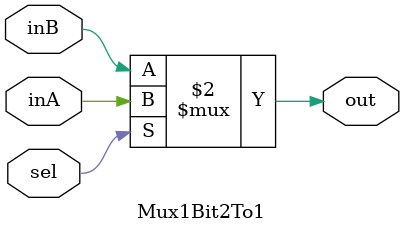
<source format=v>
`timescale 1ns / 1ps


module Mux1Bit2To1(out, inA, inB, sel);

    input inA, inB, sel;
    output out;
    
    assign out = (sel == 1) ? inA:inB;

endmodule

</source>
